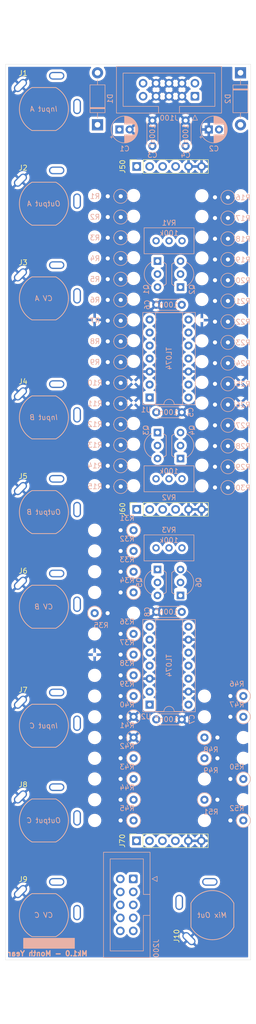
<source format=kicad_pcb>
(kicad_pcb (version 20240108) (generator "pcbnew") (generator_version "8.0")
  (title_block (rev "1") (company "DMH Instruments") (comment 1 "10cm Kosmo format synthesizer module PCB"))
  (layers (0 "F.Cu" signal) (31 "B.Cu" signal) (34 "B.Paste" user) (35 "F.Paste" user) (36 "B.SilkS" user "B.Silkscreen") (37 "F.SilkS" user "F.Silkscreen") (38 "B.Mask" user) (39 "F.Mask" user) (44 "Edge.Cuts" user))
  (net 0 "")
  (net 1 "+12V")
  (net 2 "GND")
  (net 3 "-12V")
  (net 4 "Net-(D1-A)")
  (net 5 "Net-(D2-K)")
  (net 6 "Net-(J200-Pin_1)")
  (net 7 "/Inputs and Outputs/Input A Jack")
  (net 8 "Net-(J200-Pin_2)")
  (net 9 "/Inputs and Outputs/Output A Jack")
  (net 10 "/Inputs and Outputs/CV A Jack")
  (net 11 "Net-(J200-Pin_3)")
  (net 12 "Net-(J200-Pin_4)")
  (net 13 "/Inputs and Outputs/Input B Jack")
  (net 14 "Net-(J200-Pin_5)")
  (net 15 "/Inputs and Outputs/Output B Jack")
  (net 16 "/Inputs and Outputs/CV B Jack")
  (net 17 "Net-(J200-Pin_10)")
  (net 18 "Net-(J200-Pin_9)")
  (net 19 "/Inputs and Outputs/Input C Jack")
  (net 20 "/Inputs and Outputs/Output C Jack")
  (net 21 "Net-(J200-Pin_8)")
  (net 22 "Net-(J200-Pin_7)")
  (net 23 "/Inputs and Outputs/CV C Jack")
  (net 24 "Net-(J200-Pin_6)")
  (net 25 "/Inputs and Outputs/Mix Out Jack")
  (net 26 "/Inputs and Outputs/Offset A Pot")
  (net 27 "/Inputs and Outputs/Mute A Switch")
  (net 28 "/Inputs and Outputs/Mute B Switch")
  (net 29 "/Inputs and Outputs/Offset B Pot")
  (net 30 "/Inputs and Outputs/Offset C Pot")
  (net 31 "/Inputs and Outputs/Mute C Switch")
  (net 32 "Net-(Q1-B)")
  (net 33 "Net-(Q1-C)")
  (net 34 "Net-(Q1-E)")
  (net 35 "Net-(Q2-B)")
  (net 36 "Net-(Q2-C)")
  (net 37 "Net-(Q3-C)")
  (net 38 "Net-(Q3-B)")
  (net 39 "Net-(Q3-E)")
  (net 40 "Net-(Q4-C)")
  (net 41 "Net-(Q4-B)")
  (net 42 "Net-(Q5-C)")
  (net 43 "Net-(Q5-E)")
  (net 44 "Net-(Q5-B)")
  (net 45 "Net-(Q6-C)")
  (net 46 "Net-(Q6-B)")
  (net 47 "Net-(U1D--)")
  (net 48 "Net-(R3-Pad1)")
  (net 49 "Net-(U1B-+)")
  (net 50 "Net-(R9-Pad1)")
  (net 51 "Net-(R12-Pad1)")
  (net 52 "Net-(U1A--)")
  (net 53 "Net-(U1C--)")
  (net 54 "Net-(R18-Pad1)")
  (net 55 "Net-(U1C-+)")
  (net 56 "Net-(R24-Pad1)")
  (net 57 "Net-(R27-Pad1)")
  (net 58 "Net-(U1B--)")
  (net 59 "Net-(U2B-+)")
  (net 60 "Net-(R33-Pad1)")
  (net 61 "Net-(U2D-+)")
  (net 62 "Net-(R39-Pad1)")
  (net 63 "Net-(R42-Pad1)")
  (net 64 "Net-(U2B--)")
  (net 65 "Net-(U2A--)")
  (net 66 "Net-(R47-Pad2)")
  (net 67 "Net-(U2C-+)")
  (net 68 "Net-(R51-Pad2)")
  (footprint "SynthStuff:CUI_MJ-63052A" (layer "F.Cu") (at 58.5 171.75)
    (property "Reference" "J7" (at -4.075 -7 0) (layer "F.SilkS"))
    (property "Value" "TS_Jack_6.35mm_Sw")
    (property "Function" "Input C" (at 0 0 0) (layer "B.SilkS") (effects (font (thickness 0.15) (italic yes)) (justify mirror)))
    (pad "S" thru_hole oval (at -4.59619 -4.59619 315) (size 1.508 3.016) (drill oval 1 2.5) (layers "*.Cu" "*.Mask") (net 2 "GND"))
    (pad "T" thru_hole oval (at 6.5 -0.5) (size 1.508 3.016) (drill oval 1 2.5) (layers "*.Cu" "*.Mask") (net 19 "/Inputs and Outputs/Input C Jack"))
    (pad "TN" thru_hole oval (at 2.5 -6.5) (size 3.016 1.508) (drill oval 2.5 1) (layers "*.Cu" "*.Mask") (net 22 "Net-(J200-Pin_7)"))
  )
  (footprint "SynthStuff:CUI_MJ-63052A" (layer "F.Cu") (at 58.5 190.25)
    (property "Reference" "J8" (at -4.075 -7 0) (layer "F.SilkS"))
    (property "Value" "TS_Jack_6.35mm_Sw")
    (property "Function" "Output C" (at 0 0 0) (layer "B.SilkS") (effects (font (thickness 0.15) (italic yes)) (justify mirror)))
    (pad "S" thru_hole oval (at -4.59619 -4.59619 315) (size 1.508 3.016) (drill oval 1 2.5) (layers "*.Cu" "*.Mask") (net 2 "GND"))
    (pad "T" thru_hole oval (at 6.5 -0.5) (size 1.508 3.016) (drill oval 1 2.5) (layers "*.Cu" "*.Mask") (net 20 "/Inputs and Outputs/Output C Jack"))
    (pad "TN" thru_hole oval (at 2.5 -6.5) (size 3.016 1.508) (drill oval 2.5 1) (layers "*.Cu" "*.Mask") (net 21 "Net-(J200-Pin_8)"))
  )
  (footprint "SynthStuff:CUI_MJ-63052A" (layer "F.Cu") (at 58.5 130)
    (property "Reference" "J5" (at -4.075 -7 0) (layer "F.SilkS"))
    (property "Value" "TS_Jack_6.35mm_Sw")
    (property "Function" "Output B" (at 0 0 0) (layer "B.SilkS") (effects (font (thickness 0.15) (italic yes)) (justify mirror)))
    (pad "S" thru_hole oval (at -4.59619 -4.59619 315) (size 1.508 3.016) (drill oval 1 2.5) (layers "*.Cu" "*.Mask") (net 2 "GND"))
    (pad "T" thru_hole oval (at 6.5 -0.5) (size 1.508 3.016) (drill oval 1 2.5) (layers "*.Cu" "*.Mask") (net 15 "/Inputs and Outputs/Output B Jack"))
    (pad "TN" thru_hole oval (at 2.5 -6.5) (size 3.016 1.508) (drill oval 2.5 1) (layers "*.Cu" "*.Mask") (net 14 "Net-(J200-Pin_5)"))
  )
  (footprint "SynthStuff:CUI_MJ-63052A" (layer "F.Cu") (at 58.5 208.75)
    (property "Reference" "J9" (at -4.075 -7 0) (layer "F.SilkS"))
    (property "Value" "TS_Jack_6.35mm_Sw")
    (property "Function" "CV C" (at 0 0 0) (layer "B.SilkS") (effects (font (thickness 0.15) (italic yes)) (justify mirror)))
    (pad "S" thru_hole oval (at -4.59619 -4.59619 315) (size 1.508 3.016) (drill oval 1 2.5) (layers "*.Cu" "*.Mask") (net 2 "GND"))
    (pad "T" thru_hole oval (at 6.5 -0.5) (size 1.508 3.016) (drill oval 1 2.5) (layers "*.Cu" "*.Mask") (net 23 "/Inputs and Outputs/CV C Jack"))
    (pad "TN" thru_hole oval (at 2.5 -6.5) (size 3.016 1.508) (drill oval 2.5 1) (layers "*.Cu" "*.Mask") (net 18 "Net-(J200-Pin_9)"))
  )
  (footprint "SynthStuff:CUI_MJ-63052A" (layer "F.Cu") (at 58.5 51.25)
    (property "Reference" "J1" (at -4.075 -7 0) (layer "F.SilkS"))
    (property "Value" "TS_Jack_6.35mm_Sw")
    (property "Function" "Input A" (at 0 0 0) (layer "B.SilkS") (effects (font (thickness 0.15) (italic yes)) (justify mirror)))
    (pad "S" thru_hole oval (at -4.59619 -4.59619 315) (size 1.508 3.016) (drill oval 1 2.5) (layers "*.Cu" "*.Mask") (net 2 "GND"))
    (pad "T" thru_hole oval (at 6.5 -0.5) (size 1.508 3.016) (drill oval 1 2.5) (layers "*.Cu" "*.Mask") (net 7 "/Inputs and Outputs/Input A Jack"))
    (pad "TN" thru_hole oval (at 2.5 -6.5) (size 3.016 1.508) (drill oval 2.5 1) (layers "*.Cu" "*.Mask") (net 6 "Net-(J200-Pin_1)"))
  )
  (footprint "Connector_PinSocket_2.54mm:PinSocket_1x06_P2.54mm_Vertical" (layer "F.Cu") (at 76.675 62.475 90)
    (property "Reference" "J50" (at 0 -2.77 90) (layer "F.SilkS"))
    (property "Value" "Conn_01x06" (hide yes))
    (pad "1" thru_hole rect (at 0 0 90) (size 1.7 1.7) (drill 1) (layers "*.Cu" "*.Mask") (net 1 "+12V"))
    (pad "2" thru_hole oval (at 0 2.54 90) (size 1.7 1.7) (drill 1) (layers "*.Cu" "*.Mask") (net 27 "/Inputs and Outputs/Mute A Switch"))
    (pad "3" thru_hole oval (at 0 5.08 90) (size 1.7 1.7) (drill 1) (layers "*.Cu" "*.Mask") (net 9 "/Inputs and Outputs/Output A Jack"))
    (pad "4" thru_hole oval (at 0 7.62 90) (size 1.7 1.7) (drill 1) (layers "*.Cu" "*.Mask") (net 26 "/Inputs and Outputs/Offset A Pot"))
    (pad "5" thru_hole oval (at 0 10.16 90) (size 1.7 1.7) (drill 1) (layers "*.Cu" "*.Mask") (net 2 "GND"))
    (pad "6" thru_hole oval (at 0 12.7 90) (size 1.7 1.7) (drill 1) (layers "*.Cu" "*.Mask") (net 2 "GND"))
  )
  (footprint "SynthStuff:CUI_MJ-63052A" (layer "F.Cu") (at 58.5 148.5)
    (property "Reference" "J6" (at -4.075 -7 0) (layer "F.SilkS"))
    (property "Value" "TS_Jack_6.35mm_Sw")
    (property "Function" "CV B" (at 0 0 0) (layer "B.SilkS") (effects (font (thickness 0.15) (italic yes)) (justify mirror)))
    (pad "S" thru_hole oval (at -4.59619 -4.59619 315) (size 1.508 3.016) (drill oval 1 2.5) (layers "*.Cu" "*.Mask") (net 2 "GND"))
    (pad "T" thru_hole oval (at 6.5 -0.5) (size 1.508 3.016) (drill oval 1 2.5) (layers "*.Cu" "*.Mask") (net 16 "/Inputs and Outputs/CV B Jack"))
    (pad "TN" thru_hole oval (at 2.5 -6.5) (size 3.016 1.508) (drill oval 2.5 1) (layers "*.Cu" "*.Mask") (net 24 "Net-(J200-Pin_6)"))
  )
  (footprint "Connector_PinSocket_2.54mm:PinSocket_1x06_P2.54mm_Vertical" (layer "F.Cu") (at 76.675 129.475 90)
    (property "Reference" "J60" (at 0 -2.77 90) (layer "F.SilkS"))
    (property "Value" "Conn_01x06" (hide yes))
    (pad "1" thru_hole rect (at 0 0 90) (size 1.7 1.7) (drill 1) (layers "*.Cu" "*.Mask") (net 1 "+12V"))
    (pad "2" thru_hole oval (at 0 2.54 90) (size 1.7 1.7) (drill 1) (layers "*.Cu" "*.Mask") (net 28 "/Inputs and Outputs/Mute B Switch"))
    (pad "3" thru_hole oval (at 0 5.08 90) (size 1.7 1.7) (drill 1) (layers "*.Cu" "*.Mask") (net 15 "/Inputs and Outputs/Output B Jack"))
    (pad "4" thru_hole oval (at 0 7.62 90) (size 1.7 1.7) (drill 1) (layers "*.Cu" "*.Mask") (net 29 "/Inputs and Outputs/Offset B Pot"))
    (pad "5" thru_hole oval (at 0 10.16 90) (size 1.7 1.7) (drill 1) (layers "*.Cu" "*.Mask") (net 2 "GND"))
    (pad "6" thru_hole oval (at 0 12.7 90) (size 1.7 1.7) (drill 1) (layers "*.Cu" "*.Mask") (net 2 "GND"))
  )
  (footprint "SynthStuff:CUI_MJ-63052A" (layer "F.Cu") (at 58.5 69.75)
    (property "Reference" "J2" (at -4.075 -7 0) (layer "F.SilkS"))
    (property "Value" "TS_Jack_6.35mm_Sw")
    (property "Function" "Output A" (at 0 0 0) (layer "B.SilkS") (effects (font (thickness 0.15) (italic yes)) (justify mirror)))
    (pad "S" thru_hole oval (at -4.59619 -4.59619 315) (size 1.508 3.016) (drill oval 1 2.5) (layers "*.Cu" "*.Mask") (net 2 "GND"))
    (pad "T" thru_hole oval (at 6.5 -0.5) (size 1.508 3.016) (drill oval 1 2.5) (layers "*.Cu" "*.Mask") (net 9 "/Inputs and Outputs/Output A Jack"))
    (pad "TN" thru_hole oval (at 2.5 -6.5) (size 3.016 1.508) (drill oval 2.5 1) (layers "*.Cu" "*.Mask") (net 8 "Net-(J200-Pin_2)"))
  )
  (footprint "Connector_PinSocket_2.54mm:PinSocket_1x06_P2.54mm_Vertical" (layer "F.Cu") (at 76.63 194.225 90)
    (property "Reference" "J70" (at 0 -2.77 90) (layer "F.SilkS"))
    (property "Value" "Conn_01x06" (hide yes))
    (pad "1" thru_hole rect (at 0 0 90) (size 1.7 1.7) (drill 1) (layers "*.Cu" "*.Mask") (net 1 "+12V"))
    (pad "2" thru_hole oval (at 0 2.54 90) (size 1.7 1.7) (drill 1) (layers "*.Cu" "*.Mask") (net 31 "/Inputs and Outputs/Mute C Switch"))
    (pad "3" thru_hole oval (at 0 5.08 90) (size 1.7 1.7) (drill 1) (layers "*.Cu" "*.Mask") (net 20 "/Inputs and Outputs/Output C Jack"))
    (pad "4" thru_hole oval (at 0 7.62 90) (size 1.7 1.7) (drill 1) (layers "*.Cu" "*.Mask") (net 30 "/Inputs and Outputs/Offset C Pot"))
    (pad "5" thru_hole oval (at 0 10.16 90) (size 1.7 1.7) (drill 1) (layers "*.Cu" "*.Mask") (net 2 "GND"))
    (pad "6" thru_hole oval (at 0 12.7 90) (size 1.7 1.7) (drill 1) (layers "*.Cu" "*.Mask") (net 2 "GND"))
  )
  (footprint "SynthStuff:CUI_MJ-63052A" (layer "F.Cu") (at 58.5 111.5)
    (property "Reference" "J4" (at -4.075 -7 0) (layer "F.SilkS"))
    (property "Value" "TS_Jack_6.35mm_Sw")
    (property "Function" "Input B" (at 0 0 0) (layer "B.SilkS") (effects (font (thickness 0.15) (italic yes)) (justify mirror)))
    (pad "S" thru_hole oval (at -4.59619 -4.59619 315) (size 1.508 3.016) (drill oval 1 2.5) (layers "*.Cu" "*.Mask") (net 2 "GND"))
    (pad "T" thru_hole oval (at 6.5 -0.5) (size 1.508 3.016) (drill oval 1 2.5) (layers "*.Cu" "*.Mask") (net 13 "/Inputs and Outputs/Input B Jack"))
    (pad "TN" thru_hole oval (at 2.5 -6.5) (size 3.016 1.508) (drill oval 2.5 1) (layers "*.Cu" "*.Mask") (net 12 "Net-(J200-Pin_4)"))
  )
  (footprint "SynthStuff:CUI_MJ-63052A" (layer "F.Cu") (at 58.5 88.25)
    (property "Reference" "J3" (at -4.075 -7 0) (layer "F.SilkS"))
    (property "Value" "TS_Jack_6.35mm_Sw")
    (property "Function" "CV A" (at 0 0 0) (layer "B.SilkS") (effects (font (thickness 0.15) (italic yes)) (justify mirror)))
    (pad "S" thru_hole oval (at -4.59619 -4.59619 315) (size 1.508 3.016) (drill oval 1 2.5) (layers "*.Cu" "*.Mask") (net 2 "GND"))
    (pad "T" thru_hole oval (at 6.5 -0.5) (size 1.508 3.016) (drill oval 1 2.5) (layers "*.Cu" "*.Mask") (net 10 "/Inputs and Outputs/CV A Jack"))
    (pad "TN" thru_hole oval (at 2.5 -6.5) (size 3.016 1.508) (drill oval 2.5 1) (layers "*.Cu" "*.Mask") (net 11 "Net-(J200-Pin_3)"))
  )
  (footprint "SynthStuff:CUI_MJ-63052A" (layer "F.Cu") (at 91.5 208.75 90)
    (property "Reference" "J10" (at -4.075 -7 90) (layer "F.SilkS"))
    (property "Value" "TS_Jack_6.35mm_Sw" (hide yes))
    (property "Function" "Mix Out" (at 0 0 180) (layer "B.SilkS") (effects (font (thickness 0.15) (italic yes)) (justify mirror)))
    (pad "S" thru_hole oval (at -4.59619 -4.59619 45) (size 1.508 3.016) (drill oval 1 2.5) (layers "*.Cu" "*.Mask") (net 2 "GND"))
    (pad "T" thru_hole oval (at 6.5 -0.5 90) (size 1.508 3.016) (drill oval 1 2.5) (layers "*.Cu" "*.Mask") (net 25 "/Inputs and Outputs/Mix Out Jack"))
    (pad "TN" thru_hole oval (at 2.5 -6.5 90) (size 3.016 1.508) (drill oval 2.5 1) (layers "*.Cu" "*.Mask") (net 17 "Net-(J200-Pin_10)"))
  )
  (footprint "Package_DIP:DIP-14_W7.62mm_Socket" (layer "B.Cu") (at 79.2 107.625)
    (property "Reference" "U1" (at -0.7 2.375 0) (layer "B.SilkS") (effects (justify mirror)))
    (property "Value" "TL074" (at 3.8 -7.625 90) (layer "B.SilkS") (effects (justify mirror)))
    (pad "1" thru_hole rect (at 0 0) (size 1.6 1.6) (drill 0.8) (layers "*.Cu" "*.Mask") (net 51 "Net-(R12-Pad1)"))
    (pad "2" thru_hole oval (at 0 -2.54) (size 1.6 1.6) (drill 0.8) (layers "*.Cu" "*.Mask") (net 52 "Net-(U1A--)"))
    (pad "3" thru_hole oval (at 0 -5.08) (size 1.6 1.6) (drill 0.8) (layers "*.Cu" "*.Mask") (net 2 "GND"))
    (pad "4" thru_hole oval (at 0 -7.62) (size 1.6 1.6) (drill 0.8) (layers "*.Cu" "*.Mask") (net 1 "+12V"))
    (pad "5" thru_hole oval (at 0 -10.16) (size 1.6 1.6) (drill 0.8) (layers "*.Cu" "*.Mask") (net 49 "Net-(U1B-+)"))
    (pad "6" thru_hole oval (at 0 -12.7) (size 1.6 1.6) (drill 0.8) (layers "*.Cu" "*.Mask") (net 58 "Net-(U1B--)"))
    (pad "7" thru_hole oval (at 0 -15.24) (size 1.6 1.6) (drill 0.8) (layers "*.Cu" "*.Mask") (net 48 "Net-(R3-Pad1)"))
    (pad "8" thru_hole oval (at 7.62 -15.24) (size 1.6 1.6) (drill 0.8) (layers "*.Cu" "*.Mask") (net 54 "Net-(R18-Pad1)"))
    (pad "9" thru_hole oval (at 7.62 -12.7) (size 1.6 1.6) (drill 0.8) (layers "*.Cu" "*.Mask") (net 53 "Net-(U1C--)"))
    (pad "10" thru_hole oval (at 7.62 -10.16) (size 1.6 1.6) (drill 0.8) (layers "*.Cu" "*.Mask") (net 55 "Net-(U1C-+)"))
    (pad "11" thru_hole oval (at 7.62 -7.62) (size 1.6 1.6) (drill 0.8) (layers "*.Cu" "*.Mask") (net 3 "-12V"))
    (pad "12" thru_hole oval (at 7.62 -5.08) (size 1.6 1.6) (drill 0.8) (layers "*.Cu" "*.Mask") (net 2 "GND"))
    (pad "13" thru_hole oval (at 7.62 -2.54) (size 1.6 1.6) (drill 0.8) (layers "*.Cu" "*.Mask") (net 47 "Net-(U1D--)"))
    (pad "14" thru_hole oval (at 7.62 0) (size 1.6 1.6) (drill 0.8) (layers "*.Cu" "*.Mask") (net 57 "Net-(R27-Pad1)"))
  )
  (footprint "Resistor_THT:R_Axial_DIN0207_L6.3mm_D2.5mm_P2.54mm_Vertical" (layer "B.Cu") (at 97.56 165.95 180)
    (property "Reference" "R46" (at 1.27 2.37 0) (layer "B.SilkS") (effects (justify mirror)))
    (property "Value" "100k")
    (pad "1" thru_hole circle (at 0 0 180) (size 1.6 1.6) (drill 0.8) (layers "*.Cu" "*.Mask") (net 28 "/Inputs and Outputs/Mute B Switch"))
    (pad "2" thru_hole oval (at 2.54 0 180) (size 1.6 1.6) (drill 0.8) (layers "*.Cu" "*.Mask") (net 67 "Net-(U2C-+)"))
  )
  (footprint "Package_TO_SOT_THT:TO-92L_Inline_Wide" (layer "B.Cu") (at 80.75 141.21 -90)
    (property "Reference" "Q5" (at 2.54 3.56 90) (layer "B.SilkS") (effects (justify mirror)))
    (property "Value" "BC548" (hide yes))
    (pad "1" thru_hole rect (at 0 0 270) (size 1.5 1.5) (drill 0.8) (layers "*.Cu" "*.Mask") (net 42 "Net-(Q5-C)"))
    (pad "2" thru_hole circle (at 2.54 0 270) (size 1.5 1.5) (drill 0.8) (layers "*.Cu" "*.Mask") (net 44 "Net-(Q5-B)"))
    (pad "3" thru_hole circle (at 5.08 0 270) (size 1.5 1.5) (drill 0.8) (layers "*.Cu" "*.Mask") (net 43 "Net-(Q5-E)"))
  )
  (footprint "Resistor_THT:R_Axial_DIN0207_L6.3mm_D2.5mm_P2.54mm_Vertical" (layer "B.Cu") (at 94.545 113.05 180)
    (property "Reference" "R27" (at -2.955 -0.05 0) (layer "B.SilkS") (effects (justify mirror)))
    (property "Value" "10k")
    (pad "1" thru_hole circle (at 0 0 180) (size 1.6 1.6) (drill 0.8) (layers "*.Cu" "*.Mask") (net 57 "Net-(R27-Pad1)"))
    (pad "2" thru_hole oval (at 2.54 0 180) (size 1.6 1.6) (drill 0.8) (layers "*.Cu" "*.Mask") (net 39 "Net-(Q3-E)"))
  )
  (footprint "Resistor_THT:R_Axial_DIN0207_L6.3mm_D2.5mm_P2.54mm_Vertical" (layer "B.Cu") (at 76.06 165.95 180)
    (property "Reference" "R39" (at 1.27 2.37 0) (layer "B.SilkS") (effects (justify mirror)))
    (property "Value" "100k")
    (pad "1" thru_hole circle (at 0 0 180) (size 1.6 1.6) (drill 0.8) (layers "*.Cu" "*.Mask") (net 62 "Net-(R39-Pad1)"))
    (pad "2" thru_hole oval (at 2.54 0 180) (size 1.6 1.6) (drill 0.8) (layers "*.Cu" "*.Mask") (net 46 "Net-(Q6-B)"))
  )
  (footprint "Diode_THT:D_DO-41_SOD81_P10.16mm_Horizontal" (layer "B.Cu") (at 69 54.33 90)
    (property "Reference" "D1" (at 5.08 2.47 90) (layer "B.SilkS") (effects (justify mirror)))
    (property "Value" "SB140+" (hide yes))
    (pad "1" thru_hole rect (at 0 0 90) (size 2.2 2.2) (drill 1.1) (layers "*.Cu" "*.Mask") (net 1 "+12V"))
    (pad "2" thru_hole oval (at 10.16 0 90) (size 2.2 2.2) (drill 1.1) (layers "*.Cu" "*.Mask") (net 4 "Net-(D1-A)"))
  )
  (footprint "Package_TO_SOT_THT:TO-92L_Inline_Wide" (layer "B.Cu") (at 85.25 146.29 90)
    (property "Reference" "Q6" (at 2.54 3.56 90) (layer "B.SilkS") (effects (justify mirror)))
    (property "Value" "BC548" (hide yes))
    (pad "1" thru_hole rect (at 0 0 90) (size 1.5 1.5) (drill 0.8) (layers "*.Cu" "*.Mask") (net 45 "Net-(Q6-C)"))
    (pad "2" thru_hole circle (at 2.54 0 90) (size 1.5 1.5) (drill 0.8) (layers "*.Cu" "*.Mask") (net 46 "Net-(Q6-B)"))
    (pad "3" thru_hole circle (at 5.08 0 90) (size 1.5 1.5) (drill 0.8) (layers "*.Cu" "*.Mask") (net 43 "Net-(Q5-E)"))
  )
  (footprint "Package_TO_SOT_THT:TO-92L_Inline_Wide" (layer "B.Cu") (at 85.25 86.04 90)
    (property "Reference" "Q2" (at -0.46 2.25 90) (layer "B.SilkS") (effects (justify mirror)))
    (property "Value" "BC548" (hide yes))
    (pad "1" thru_hole rect (at 0 0 90) (size 1.5 1.5) (drill 0.8) (layers "*.Cu" "*.Mask") (net 36 "Net-(Q2-C)"))
    (pad "2" thru_hole circle (at 2.54 0 90) (size 1.5 1.5) (drill 0.8) (layers "*.Cu" "*.Mask") (net 35 "Net-(Q2-B)"))
    (pad "3" thru_hole circle (at 5.08 0 90) (size 1.5 1.5) (drill 0.8) (layers "*.Cu" "*.Mask") (net 34 "Net-(Q1-E)"))
  )
  (footprint "Capacitor_THT:C_Disc_D4.3mm_W1.9mm_P5.00mm" (layer "B.Cu") (at 80.5 149.5)
    (property "Reference" "C8" (at -1.75 0 90) (layer "B.SilkS") (effects (justify mirror)))
    (property "Value" "100nF" (at 2 0 0) (layer "B.SilkS") (effects (justify mirror)))
    (pad "1" thru_hole circle (at 0 0) (size 1.6 1.6) (drill 0.8) (layers "*.Cu" "*.Mask") (net 2 "GND"))
    (pad "2" thru_hole circle (at 5 0) (size 1.6 1.6) (drill 0.8) (layers "*.Cu" "*.Mask") (net 3 "-12V"))
  )
  (footprint "Resistor_THT:R_Axial_DIN0207_L6.3mm_D2.5mm_P2.54mm_Vertical" (layer "B.Cu") (at 94.545 88.75 180)
    (property "Reference" "R21" (at -2.955 -0.05 0) (layer "B.SilkS") (effects (justify mirror)))
    (property "Value" "10k")
    (pad "1" thru_hole circle (at 0 0 180) (size 1.6 1.6) (drill 0.8) (layers "*.Cu" "*.Mask") (net 55 "Net-(U1C-+)"))
    (pad "2" thru_hole oval (at 2.54 0 180) (size 1.6 1.6) (drill 0.8) (layers "*.Cu" "*.Mask") (net 40 "Net-(Q4-C)"))
  )
  (footprint "Resistor_THT:R_Axial_DIN0207_L6.3mm_D2.5mm_P2.54mm_Vertical" (layer "B.Cu") (at 73.545 104.75 180)
    (property "Reference" "R10" (at 5.045 0 0) (layer "B.SilkS") (effects (justify mirror)))
    (property "Value" "100R")
    (pad "1" thru_hole circle (at 0 0 180) (size 1.6 1.6) (drill 0.8) (layers "*.Cu" "*.Mask") (net 2 "GND"))
    (pad "2" thru_hole oval (at 2.54 0 180) (size 1.6 1.6) (drill 0.8) (layers "*.Cu" "*.Mask") (net 32 "Net-(Q1-B)"))
  )
  (footprint "Resistor_THT:R_Axial_DIN0207_L6.3mm_D2.5mm_P2.54mm_Vertical" (layer "B.Cu") (at 76.06 174.05 180)
    (property "Reference" "R41" (at 1.27 2.37 0) (layer "B.SilkS") (effects (justify mirror)))
    (property "Value" "100R")
    (pad "1" thru_hole circle (at 0 0 180) (size 1.6 1.6) (drill 0.8) (layers "*.Cu" "*.Mask") (net 2 "GND"))
    (pad "2" thru_hole oval (at 2.54 0 180) (size 1.6 1.6) (drill 0.8) (layers "*.Cu" "*.Mask") (net 46 "Net-(Q6-B)"))
  )
  (footprint "Resistor_THT:R_Axial_DIN0207_L6.3mm_D2.5mm_P2.54mm_Vertical" (layer "B.Cu") (at 94.545 96.85 180)
    (property "Reference" "R23" (at -2.955 -0.05 0) (layer "B.SilkS") (effects (justify mirror)))
    (property "Value" "100k")
    (pad "1" thru_hole circle (at 0 0 180) (size 1.6 1.6) (drill 0.8) (layers "*.Cu" "*.Mask") (net 38 "Net-(Q3-B)"))
    (pad "2" thru_hole oval (at 2.54 0 180) (size 1.6 1.6) (drill 0.8) (layers "*.Cu" "*.Mask") (net 13 "/Inputs and Outputs/Input B Jack"))
  )
  (footprint "Resistor_THT:R_Axial_DIN0207_L6.3mm_D2.5mm_P2.54mm_Vertical" (layer "B.Cu") (at 73.545 68.3 180)
    (property "Reference" "R1" (at 5.045 0 0) (layer "B.SilkS") (effects (justify mirror)))
    (property "Value" "20k")
    (pad "1" thru_hole circle (at 0 0 180) (size 1.6 1.6) (drill 0.8) (layers "*.Cu" "*.Mask") (net 33 "Net-(Q1-C)"))
    (pad "2" thru_hole oval (at 2.54 0 180) (size 1.6 1.6) (drill 0.8) (layers "*.Cu" "*.Mask") (net 1 "+12V"))
  )
  (footprint "Resistor_THT:R_Axial_DIN0207_L6.3mm_D2.5mm_P2.54mm_Vertical" (layer "B.Cu") (at 94.545 117.1 180)
    (property "Reference" "R28" (at -2.955 -0.05 0) (layer "B.SilkS") (effects (justify mirror)))
    (property "Value" "100k")
    (pad "1" thru_hole circle (at 0 0 180) (size 1.6 1.6) (drill 0.8) (layers "*.Cu" "*.Mask") (net 16 "/Inputs and Outputs/CV B Jack"))
    (pad "2" thru_hole oval (at 2.54 0 180) (size 1.6 1.6) (drill 0.8) (layers "*.Cu" "*.Mask") (net 47 "Net-(U1D--)"))
  )
  (footprint "SynthStuff:IDC-Header_2x05_P2.54mm_Vertical_BackBone" (layer "B.Cu") (at 76.0025 201.67 180)
    (property "Reference" "J200" (at -4.4975 -13.58 90) (layer "B.SilkS") (effects (justify mirror)))
    (property "Value" "IDC_02x05" (hide yes))
    (pad "1" thru_hole roundrect (at 0 0 180) (size 1.7 1.7) (drill 1) (layers "*.Cu" "*.Mask") (roundrect_rratio 0.147059) (net 6 "Net-(J200-Pin_1)"))
    (pad "2" thru_hole circle (at 0 -2.54 180) (size 1.7 1.7) (drill 1) (layers "*.Cu" "*.Mask") (net 8 "Net-(J200-Pin_2)"))
    (pad "3" thru_hole circle (at 0 -5.08 180) (size 1.7 1.7) (drill 1) (layers "*.Cu" "*.Mask") (net 11 "Net-(J200-Pin_3)"))
    (pad "4" thru_hole circle (at 0 -7.62 180) (size 1.7 1.7) (drill 1) (layers "*.Cu" "*.Mask") (net 12 "Net-(J200-Pin_4)"))
    (pad "5" thru_hole circle (at 0 -10.16 180) (size 1.7 1.7) (drill 1) (layers "*.Cu" "*.Mask") (net 14 "Net-(J200-Pin_5)"))
    (pad "6" thru_hole circle (at 2.54 0 180) (size 1.7 1.7) (drill 1) (layers "*.Cu" "*.Mask") (net 24 "Net-(J200-Pin_6)"))
    (pad "7" thru_hole circle (at 2.54 -2.54 180) (size 1.7 1.7) (drill 1) (layers "*.Cu" "*.Mask") (net 22 "Net-(J200-Pin_7)"))
    (pad "8" thru_hole circle (at 2.54 -5.08 180) (size 1.7 1.7) (drill 1) (layers "*.Cu" "*.Mask") (net 21 "Net-(J200-Pin_8)"))
    (pad "9" thru_hole circle (at 2.54 -7.62 180) (size 1.7 1.7) (drill 1) (layers "*.Cu" "*.Mask") (net 18 "Net-(J200-Pin_9)"))
    (pad "10" thru_hole circle (at 2.54 -10.16 180) (size 1.7 1.7) (drill 1) (layers "*.Cu" "*.Mask") (net 17 "Net-(J200-Pin_10)"))
  )
  (footprint "Resistor_THT:R_Axial_DIN0207_L6.3mm_D2.5mm_P2.54mm_Vertical" (layer "B.Cu") (at 76.06 182.15 180)
    (property "Reference" "R43" (at 1.27 2.37 0) (layer "B.SilkS") (effects (justify mirror)))
    (property "Value" "100k")
    (pad "1" thru_hole circle (at 0 0 180) (size 1.6 1.6) (drill 0.8) (layers "*.Cu" "*.Mask") (net 23 "/Inputs and Outputs/CV C Jack"))
    (pad "2" thru_hole oval (at 2.54 0 180) (size 1.6 1.6) (drill 0.8) (layers "*.Cu" "*.Mask") (net 65 "Net-(U2A--)"))
  )
  (footprint "Resistor_THT:R_Axial_DIN0207_L6.3mm_D2.5mm_P2.54mm_Vertical" (layer "B.Cu") (at 89.94 186.2)
    (property "Reference" "R51" (at 1.27 2.37 180) (layer "B.SilkS") (effects (justify mirror)))
    (property "Value" "100k")
    (pad "1" thru_hole circle (at 0 0) (size 1.6 1.6) (drill 0.8) (layers "*.Cu" "*.Mask") (net 61 "Net-(U2D-+)"))
    (pad "2" thru_hole oval (at 2.54 0) (size 1.6 1.6) (drill 0.8) (layers "*.Cu" "*.Mask") (net 68 "Net-(R51-Pad2)"))
  )
  (footprint "Resistor_THT:R_Axial_DIN0207_L6.3mm_D2.5mm_P2.54mm_Vertical" (layer "B.Cu") (at 89.94 174.05)
    (property "Reference" "R48" (at 1.27 2.37 180) (layer "B.SilkS") (effects (justify mirror)))
    (property "Value" "100k")
    (pad "1" thru_hole circle (at 0 0) (size 1.6 1.6) (drill 0.8) (layers "*.Cu" "*.Mask") (net 31 "/Inputs and Outputs/Mute C Switch"))
    (pad "2" thru_hole oval (at 2.54 0) (size 1.6 1.6) (drill 0.8) (layers "*.Cu" "*.Mask") (net 67 "Net-(U2C-+)"))
  )
  (footprint "Potentiometer_THT:Potentiometer_Bourns_3296W_Vertical" (layer "B.Cu") (at 85.55 77)
    (property "Reference" "RV1" (at -2.55 -3.5 0) (layer "B.SilkS") (effects (justify mirror)))
    (property "Value" "100k" (at -2.54 -1.5 0) (layer "B.SilkS") (effects (justify mirror)))
    (pad "1" thru_hole circle (at 0 0) (size 1.44 1.44) (drill 0.8) (layers "*.Cu" "*.Mask") (net 3 "-12V"))
    (pad "2" thru_hole circle (at -2.54 0) (size 1.44 1.44) (drill 0.8) (layers "*.Cu" "*.Mask") (net 50 "Net-(R9-Pad1)"))
    (pad "3" thru_hole circle (at -5.08 0) (size 1.44 1.44) (drill 0.8) (layers "*.Cu" "*.Mask") (net 1 "+12V"))
  )
  (footprint "Resistor_THT:R_Axial_DIN0207_L6.3mm_D2.5mm_P2.54mm_Vertical" (layer "B.Cu") (at 76.06 133.55 180)
    (property "Reference" "R31" (at 1.27 2.37 0) (layer "B.SilkS") (effects (justify mirror)))
    (property "Value" "20k")
    (pad "1" thru_hole circle (at 0 0 180) (size 1.6 1.6) (drill 0.8) (layers "*.Cu" "*.Mask") (net 42 "Net-(Q5-C)"))
    (pad "2" thru_hole oval (at 2.54 0 180) (size 1.6 1.6) (drill 0.8) (layers "*.Cu" "*.Mask") (net 1 "+12V"))
  )
  (footprint "Resistor_THT:R_Axial_DIN0207_L6.3mm_D2.5mm_P2.54mm_Vertical" (layer "B.Cu") (at 76.06 157.85 180)
    (property "Reference" "R37" (at 1.27 2.37 0) (layer "B.SilkS") (effects (justify mirror)))
    (property "Value" "100k")
    (pad "1" thru_hole circle (at 0 0 180) (size 1.6 1.6) (drill 0.8) (layers "*.Cu" "*.Mask") (net 59 "Net-(U2B-+)"))
    (pad "2" thru_hole oval (at 2.54 0 180) (size 1.6 1.6) (drill 0.8) (layers "*.Cu" "*.Mask") (net 2 "GND"))
  )
  (footprint "Potentiometer_THT:Potentiometer_Bourns_3296W_Vertical" (layer "B.Cu") (at 85.54 137)
    (property "Reference" "RV3" (at -2.54 -3.5 0) (layer "B.SilkS") (effects (justify mirror)))
    (property "Value" "100k" (at -2.54 -1.5 0) (layer "B.SilkS") (effects (justify mirror)))
    (pad "1" thru_hole circle (at 0 0) (size 1.44 1.44) (drill 0.8) (layers "*.Cu" "*.Mask") (net 3 "-12V"))
    (pad "2" thru_hole circle (at -2.54 0) (size 1.44 1.44) (drill 0.8) (layers "*.Cu" "*.Mask") (net 62 "Net-(R39-Pad1)"))
    (pad "3" thru_hole circle (at -5.08 0) (size 1.44 1.44) (drill 0.8) (layers "*.Cu" "*.Mask") (net 1 "+12V"))
  )
  (footprint "Resistor_THT:R_Axial_DIN0207_L6.3mm_D2.5mm_P2.54mm_Vertical" (layer "B.Cu") (at 76.06 190.25 180)
    (property "Reference" "R45" (at 1.27 2.37 0) (layer "B.SilkS") (effects (justify mirror)))
    (property "Value" "100k")
    (pad "1" thru_hole circle (at 0 0 180) (size 1.6 1.6) (drill 0.8) (layers "*.Cu" "*.Mask") (net 30 "/Inputs and Outputs/Offset C Pot"))
    (pad "2" thru_hole oval (at 2.54 0 180) (size 1.6 1.6) (drill 0.8) (layers "*.Cu" "*.Mask") (net 65 "Net-(U2A--)"))
  )
  (footprint "Resistor_THT:R_Axial_DIN0207_L6.3mm_D2.5mm_P2.54mm_Vertical" (layer "B.Cu") (at 73.545 96.65 180)
    (property "Reference" "R8" (at 5.045 0 0) (layer "B.SilkS") (effects (justify mirror)))
    (property "Value" "100k")
    (pad "1" thru_hole circle (at 0 0 180) (size 1.6 1.6) (drill 0.8) (layers "*.Cu" "*.Mask") (net 32 "Net-(Q1-B)"))
    (pad "2" thru_hole oval (at 2.54 0 180) (size 1.6 1.6) (drill 0.8) (layers "*.Cu" "*.Mask") (net 7 "/Inputs and Outputs/Input A Jack"))
  )
  (footprint "Resistor_THT:R_Axial_DIN0207_L6.3mm_D2.5mm_P2.54mm_Vertical" (layer "B.Cu") (at 94.545 121.15 180)
    (property "Reference" "R29" (at -2.955 -0.05 0) (layer "B.SilkS") (effects (justify mirror)))
    (property "Value" "82k")
    (pad "1" thru_hole circle (at 0 0 180) (size 1.6 1.6) (drill 0.8) (layers "*.Cu" "*.Mask") (net 47 "Net-(U1D--)"))
    (pad "2" thru_hole oval (at 2.54 0 180) (size 1.6 1.6) (drill 0.8) (layers "*.Cu" "*.Mask") (net 57 "Net-(R27-Pad1)"))
  )
  (footprint "Resistor_THT:R_Axial_DIN0207_L6.3mm_D2.5mm_P2.54mm_Vertical" (layer "B.Cu") (at 73.545 112.85 180)
    (property "Reference" "R12" (at 5.045 0 0) (layer "B.SilkS") (effects (justify mirror)))
    (property "Value" "10k")
    (pad "1" thru_hole circle (at 0 0 180) (size 1.6 1.6) (drill 0.8) (layers "*.Cu" "*.Mask") (net 51 "Net-(R12-Pad1)"))
    (pad "2" thru_hole oval (at 2.54 0 180) (size 1.6 1.6) (drill 0.8) (layers "*.Cu" "*.Mask") (net 34 "Net-(Q1-E)"))
  )
  (footprint "Capacitor_THT:C_Disc_D4.3mm_W1.9mm_P5.00mm" (layer "B.Cu") (at 80.5 89.5)
    (property "Reference" "C6" (at -1.75 0 90) (layer "B.SilkS") (effects (justify mirror)))
    (property "Value" "100nF" (at 2 0 0) (layer "B.SilkS") (effects (justify mirror)))
    (pad "1" thru_hole circle (at 0 0) (size 1.6 1.6) (drill 0.8) (layers "*.Cu" "*.Mask") (net 2 "GND"))
    (pad "2" thru_hole circle (at 5 0) (size 1.6 1.6) (drill 0.8) (layers "*.Cu" "*.Mask") (net 3 "-12V"))
  )
  (footprint "Capacitor_THT:CP_Radial_D5.0mm_P2.00mm" (layer "B.Cu") (at 73.294887 55.25)
    (property "Reference" "C1" (at 1 3.75 0) (layer "B.SilkS") (effects (justify mirror)))
    (property "Value" "47uF" (hide yes))
    (pad "1" thru_hole rect (at 0 0) (size 1.6 1.6) (drill 0.8) (layers "*.Cu" "*.Mask") (net 1 "+12V"))
    (pad "2" thru_hole circle (at 2 0) (size 1.6 1.6) (drill 0.8) (layers "*.Cu" "*.Mask") (net 2 "GND"))
  )
  (footprint "Package_TO_SOT_THT:TO-92L_Inline_Wide" (layer "B.Cu") (at 80.75 80.96 -90)
    (property "Reference" "Q1" (at 5.55 2.2 90) (layer "B.SilkS") (effects (justify mirror)))
    (property "Value" "BC548" (hide yes))
    (pad "1" thru_hole rect (at 0 0 270) (size 1.5 1.5) (drill 0.8) (layers "*.Cu" "*.Mask") (net 33 "Net-(Q1-C)"))
    (pad "2" thru_hole circle (at 2.54 0 270) (size 1.5 1.5) (drill 0.8) (layers "*.Cu" "*.Mask") (net 32 "Net-(Q1-B)"))
    (pad "3" thru_hole circle (at 5.08 0 270) (size 1.5 1.5) (drill 0.8) (layers "*.Cu" "*.Mask") (net 34 "Net-(Q1-E)"))
  )
  (footprint "Resistor_THT:R_Axial_DIN0207_L6.3mm_D2.5mm_P2.54mm_Vertical" (layer "B.Cu") (at 94.545 125.2 180)
    (property "Reference" "R30" (at -2.955 -0.05 0) (layer "B.SilkS") (effects (justify mirror)))
    (property "Value" "100k")
    (pad "1" thru_hole circle (at 0 0 180) (size 1.6 1.6) (drill 0.8) (layers "*.Cu" "*.Mask") (net 29 "/Inputs and Outputs/Offset B Pot"))
    (pad "2" thru_hole oval (at 2.54 0 180) (size 1.6 1.6) (drill 0.8) (layers "*.Cu" "*.Mask") (net 47 "Net-(U1D--)"))
  )
  (footprint "Resistor_THT:R_Axial_DIN0207_L6.3mm_D2.5mm_P2.54mm_Vertical" (layer "B.Cu") (at 73.545 72.35 180)
    (property "Reference" "R2" (at 5.045 0 0) (layer "B.SilkS") (effects (justify mirror)))
    (property "Value" "20k")
    (pad "1" thru_hole circle (at 0 0 180) (size 1.6 1.6) (drill 0.8) (layers "*.Cu" "*.Mask") (net 36 "Net-(Q2-C)"))
    (pad "2" thru_hole oval (at 2.54 0 180) (size 1.6 1.6) (drill 0.8) (layers "*.Cu" "*.Mask") (net 1 "+12V"))
  )
  (footprint "Resistor_THT:R_Axial_DIN0207_L6.3mm_D2.5mm_P2.54mm_Vertical" (layer "B.Cu") (at 76.06 141.65 180)
    (property "Reference" "R33" (at 1.27 2.37 0) (layer "B.SilkS") (effects (justify mirror)))
    (property "Value" "100k")
    (pad "1" thru_hole circle (at 0 0 180) (size 1.6 1.6) (drill 0.8) (layers "*.Cu" "*.Mask") (net 60 "Net-(R33-Pad1)"))
    (pad "2" thru_hole oval (at 2.54 0 180) (size 1.6 1.6) (drill 0.8) (layers "*.Cu" "*.Mask") (net 64 "Net-(U2B--)"))
  )
  (footprint "Capacitor_THT:C_Disc_D4.3mm_W1.9mm_P5.00mm" (layer "B.Cu") (at 79.75 58.5 90)
    (property "Reference" "C3" (at -1.75 0 0) (layer "B.SilkS") (effects (justify mirror)))
    (property "Value" "100nF" (at 2 0 90) (layer "B.SilkS") (effects (justify mirror)))
    (pad "1" thru_hole circle (at 0 0 90) (size 1.6 1.6) (drill 0.8) (layers "*.Cu" "*.Mask") (net 1 "+12V"))
    (pad "2" thru_hole circle (at 5 0 90) (size 1.6 1.6) (drill 0.8) (layers "*.Cu" "*.Mask") (net 2 "GND"))
  )
  (footprint "Resistor_THT:R_Axial_DIN0207_L6.3mm_D2.5mm_P2.54mm_Vertical" (layer "B.Cu") (at 76.06 153.8 180)
    (property "Reference" "R36" (at 1.27 2.37 0) (layer "B.SilkS") (effects (justify mirror)))
    (property "Value" "10k")
    (pad "1" thru_hole circle (at 0 0 180) (size 1.6 1.6) (drill 0.8) (layers "*.Cu" "*.Mask") (net 59 "Net-(U2B-+)"))
    (pad "2" thru_hole oval (at 2.54 0 180) (size 1.6 1.6) (drill 0.8) (layers "*.Cu" "*.Mask") (net 45 "Net-(Q6-C)"))
  )
  (footprint "Resistor_THT:R_Axial_DIN0207_L6.3mm_D2.5mm_P2.54mm_Vertical" (layer "B.Cu") (at 94.545 84.7 180)
    (property "Reference" "R20" (at -2.955 -0.05 0) (layer "B.SilkS") (effects (justify mirror)))
    (property "Value" "1k")
    (pad "1" thru_hole circle (at 0 0 180) (size 1.6 1.6) (drill 0.8) (layers "*.Cu" "*.Mask") (net 15 "/Inputs and Outputs/Output B Jack"))
    (pad "2" thru_hole oval (at 2.54 0 180) (size 1.6 1.6) (drill 0.8) (layers "*.Cu" "*.Mask") (net 54 "Net-(R18-Pad1)"))
  )
  (footprint "Diode_THT:D_DO-41_SOD81_P10.16mm_Horizontal" (layer "B.Cu") (at 97 44.17 -90)
    (property "Reference" "D2" (at 5.08 2.47 90) (layer "B.SilkS") (effects (justify mirror)))
    (property "Value" "SB140-" (hide yes))
    (pad "1" thru_hole rect (at 0 0 270) (size 2.2 2.2) (drill 1.1) (layers "*.Cu" "*.Mask") (net 5 "Net-(D2-K)"))
    (pad "2" thru_hole oval (at 10.16 0 270) (size 2.2 2.2) (drill 1.1) (layers "*.Cu" "*.Mask") (net 3 "-12V"))
  )
  (footprint "Resistor_THT:R_Axial_DIN0207_L6.3mm_D2.5mm_P2.54mm_Vertical" (layer "B.Cu") (at 73.545 116.9 180)
    (property "Reference" "R13" (at 5.045 0 0) (layer "B.SilkS") (effects (justify mirror)))
    (property "Value" "100k")
    (pad "1" thru_hole circle (at 0 0 180) (size 1.6 1.6) (drill 0.8) (layers "*.Cu" "*.Mask") (net 10 "/Inputs and Outputs/CV A Jack"))
    (pad "2" thru_hole oval (at 2.54 0 180) (size 1.6 1.6) (drill 0.8) (layers "*.Cu" "*.Mask") (net 52 "Net-(U1A--)"))
  )
  (footprint "Potentiometer_THT:Potentiometer_Bourns_3296W_Vertical" (layer "B.Cu") (at 85.54 123.5)
    (property "Reference" "RV2" (at -2.54 3.66 0) (layer "B.SilkS") (effects (justify mirror)))
    (property "Value" "100k" (at -2.54 -1.5 0) (layer "B.SilkS") (effects (justify mirror)))
    (pad "1" thru_hole circle (at 0 0) (size 1.44 1.44) (drill 0.8) (layers "*.Cu" "*.Mask") (net 3 "-12V"))
    (pad "2" thru_hole circle (at -2.54 0) (size 1.44 1.44) (drill 0.8) (layers "*.Cu" "*.Mask") (net 56 "Net-(R24-Pad1)"))
    (pad "3" thru_hole circle (at -5.08 0) (size 1.44 1.44) (drill 0.8) (layers "*.Cu" "*.Mask") (net 1 "+12V"))
  )
  (footprint "Resistor_THT:R_Axial_DIN0207_L6.3mm_D2.5mm_P2.54mm_Vertical" (layer "B.Cu") (at 73.545 100.7 180)
    (property "Reference" "R9" (at 5.045 0 0) (layer "B.SilkS") (effects (justify mirror)))
    (property "Value" "100k")
    (pad "1" thru_hole circle (at 0 0 180) (size 1.6 1.6) (drill 0.8) (layers "*.Cu" "*.Mask") (net 50 "Net-(R9-Pad1)"))
    (pad "2" thru_hole oval (at 2.54 0 180) (size 1.6 1.6) (drill 0.8) (layers "*.Cu" "*.Mask") (net 35 "Net-(Q2-B)"))
  )
  (footprint "Resistor_THT:R_Axial_DIN0207_L6.3mm_D2.5mm_P2.54mm_Vertical" (layer "B.Cu") (at 94.545 104.95 180)
    (property "Reference" "R25" (at -2.955 -0.05 0) (layer "B.SilkS") (effects (justify mirror)))
    (property "Value" "100R")
    (pad "1" thru_hole circle (at 0 0 180) (size 1.6 1.6) (drill 0.8) (layers "*.Cu" "*.Mask") (net 2 "GND"))
    (pad "2" thru_hole oval (at 2.54 0 180) (size 1.6 1.6) (drill 0.8) (layers "*.Cu" "*.Mask") (net 38 "Net-(Q3-B)"))
  )
  (footprint "Resistor_THT:R_Axial_DIN0207_L6.3mm_D2.5mm_P2.54mm_Vertical" (layer "B.Cu") (at 94.545 72.55 180)
    (property "Reference" "R17" (at -2.955 -0.05 0) (layer "B.SilkS") (effects (justify mirror)))
    (property "Value" "20k")
    (pad "1" thru_hole circle (at 0 0 180) (size 1.6 1.6) (drill 0.8) (layers "*.Cu" "*.Mask") (net 40 "Net-(Q4-C)"))
    (pad "2" thru_hole oval (at 2.54 0 180) (size 1.6 1.6) (drill 0.8) (layers "*.Cu" "*.Mask") (net 1 "+12V"))
  )
  (footprint "Resistor_THT:R_Axial_DIN0207_L6.3mm_D2.5mm_P2.54mm_Vertical" (layer "B.Cu") (at 97.56 170 180)
    (property "Reference" "R47" (at 1.27 2.37 0) (layer "B.SilkS") (effects (justify mirror)))
    (property "Value" "100k")
    (pad "1" thru_hole circle (at 0 0 180) (size 1.6 1.6) (drill 0.8) (layers "*.Cu" "*.Mask") (net 67 "Net-(U2C-+)"))
    (pad "2" thru_hole oval (at 2.54 0 180) (size 1.6 1.6) (drill 0.8) (layers "*.Cu" "*.Mask") (net 66 "Net-(R47-Pad2)"))
  )
  (footprint "Resistor_THT:R_Axial_DIN0207_L6.3mm_D2.5mm_P2.54mm_Vertical" (layer "B.Cu") (at 73.545 84.5 180)
    (property "Reference" "R5" (at 5.045 0 0) (layer "B.SilkS") (effects (justify mirror)))
    (property "Value" "1k")
    (pad "1" thru_hole circle (at 0 0 180) (size 1.6 1.6) (drill 0.8) (layers "*.Cu" "*.Mask") (net 9 "/Inputs and Outputs/Output A Jack"))
    (pad "2" thru_hole oval (at 2.54 0 180) (size 1.6 1.6) (drill 0.8) (layers "*.Cu" "*.Mask") (net 48 "Net-(R3-Pad1)"))
  )
  (footprint "Resistor_THT:R_Axial_DIN0207_L6.3mm_D2.5mm_P2.54mm_Vertical" (layer "B.Cu") (at 73.545 125 180)
    (property "Reference" "R15" (at 5.045 0 0) (layer "B.SilkS") (effects (justify mirror)))
    (property "Value" "100k")
    (pad "1" thru_hole circle (at 0 0 180) (size 1.6 1.6) (drill 0.8) (layers "*.Cu" "*.Mask") (net 26 "/Inputs and Outputs/Offset A Pot"))
    (pad "2" thru_hole oval (at 2.54 0 180) (size 1.6 1.6) (drill 0.8) (layers "*.Cu" "*.Mask") (net 52 "Net-(U1A--)"))
  )
  (footprint "Resistor_THT:R_Axial_DIN0207_L6.3mm_D2.5mm_P2.54mm_Vertical" (layer "B.Cu") (at 76.06 170 180)
    (property "Reference" "R40" (at 1.27 2.37 0) (layer "B.SilkS") (effects (justify mirror)))
    (property "Value" "100R")
    (pad "1" thru_hole circle (at 0 0 180) (size 1.6 1.6) (drill 0.8) (layers "*.Cu" "*.Mask") (net 2 "GND"))
    (pad "2" thru_hole oval (at 2.54 0 180) (size 1.6 1.6) (drill 0.8) (layers "*.Cu" "*.Mask") (net 44 "Net-(Q5-B)"))
  )
  (footprint "Resistor_THT:R_Axial_DIN0207_L6.3mm_D2.5mm_P2.54mm_Vertical" (layer "B.Cu") (at 73.545 108.8 180)
    (property "Reference" "R11" (at 5.045 0 0) (layer "B.SilkS") (effects (justify mirror)))
    (property "Value" "100R")
    (pad "1" thru_hole circle (at 0 0 180) (size 1.6 1.6) (drill 0.8) (layers "*.Cu" "*.Mask") (net 2 "GND"))
    (pad "2" thru_hole oval (at 2.54 0 180) (size 1.6 1.6) (drill 0.8) (layers "*.Cu" "*.Mask") (net 35 "Net-(Q2-B)"))
  )
  (footprint "Capacitor_THT:C_Disc_D4.3mm_W1.9mm_P5.00mm" (layer "B.Cu") (at 86.25 53.5 -90)
    (property "Reference" "C4" (at 6.75 0 180) (layer "B.SilkS") (effects (justify mirror)))
    (property "Value" "100nF" (at 3 0 90) (layer "B.SilkS") (effects (justify mirror)))
    (pad "1" thru_hole circle (at 0 0 270) (size 1.6 1.6) (drill 0.8) (layers "*.Cu" "*.Mask") (net 2 "GND"))
    (pad "2" thru_hole circle (at 5 0 270) (size 1.6 1.6) (drill 0.8) (layers "*.Cu" "*.Mask") (net 3 "-12V"))
  )
  (footprint "Resistor_THT:R_Axial_DIN0207_L6.3mm_D2.5mm_P2.54mm_Vertical" (layer "B.Cu") (at 94.545 109 180)
    (property "Reference" "R26" (at -2.955 -0.05 0) (layer "B.SilkS") (effects (justify mirror)))
    (property "Value" "100R")
    (pad "1" thru_hole circle (at 0 0 180) (size 1.6 1.6) (drill 0.8) (layers "*.Cu" "*.Mask") (net 2 "GND"))
    (pad "2" thru_hole oval (at 2.54 0 180) (size 1.6 1.6) (drill 0.8) (layers "*.Cu" "*.Mask") (net 41 "Net-(Q4-B)"))
  )
  (footprint "Resistor_THT:R_Axial_DIN0207_L6.3mm_D2.5mm_P2.54mm_Vertical" (layer "B.Cu") (at 94.545 68.5 180)
    (property "Reference" "R16" (at -2.955 -0.05 0) (layer "B.SilkS") (effects (justify mirror)))
    (property "Value" "20k")
    (pad "1" thru_hole circle (at 0 0 180) (size 1.6 1.6) (drill 0.8) (layers "*.Cu" "*.Mask") (net 37 "Net-(Q3-C)"))
    (pad "2" thru_hole oval (at 2.54 0 180) (size 1.6 1.6) (drill 0.8) (layers "*.Cu" "*.Mask") (net 1 "+12V"))
  )
  (footprint "Resistor_THT:R_Axial_DIN0207_L6.3mm_D2.5mm_P2.54mm_Vertical" (layer "B.Cu") (at 73.545 120.95 180)
    (property "Reference" "R14" (at 5.045 0 0) (layer "B.SilkS") (effects (justify mirror)))
    (property "Value" "82k")
    (pad "1" thru_hole circle (at 0 0 180) (size 1.6 1.6) (drill 0.8) (layers "*.Cu" "*.Mask") (net 52 "Net-(U1A--)"))
    (pad "2" thru_hole oval (at 2.54 0 180) (size 1.6 1.6) (drill 0.8) (layers "*.Cu" "*.Mask") (net 51 "Net-(R12-Pad1)"))
  )
  (footprint "Resistor_THT:R_Axial_DIN0207_L6.3mm_D2.5mm_P2.54mm_Vertical" (layer "B.Cu") (at 89.94 178.1)
    (property "Reference" "R49" (at 1.27 2.37 180) (layer "B.SilkS") (effects (justify mirror)))
    (property "Value" "100k")
    (pad "1" thru_hole circle (at 0 0) (size 1.6 1.6) (drill 0.8) (layers "*.Cu" "*.Mask") (net 27 "/Inputs and Outputs/Mute A Switch"))
    (pad "2" thru_hole oval (at 2.54 0) (size 1.6 1.6) (drill 0.8) (layers "*.Cu" "*.Mask") (net 67 "Net-(U2C-+)"))
  )
  (footprint "Resistor_THT:R_Axial_DIN0207_L6.3mm_D2.5mm_P2.54mm_Vertical" (layer "B.Cu") (at 73.545 92.6 180)
    (property "Reference" "R7" (at 5.045 0 0) (layer "B.SilkS") (effects (justify mirror)))
    (property "Value" "100k")
    (pad "1" thru_hole circle (at 0 0 180) (size 1.6 1.6) (drill 0.8) (layers "*.Cu" "*.Mask") (net 49 "Net-(U1B-+)"))
    (pad "2" thru_hole oval (at 2.54 0 180) (size 1.6 1.6) (drill 0.8) (layers "*.Cu" "*.Mask") (net 2 "GND"))
  )
  (footprint "Capacitor_THT:C_Disc_D4.3mm_W1.9mm_P5.00mm" (layer "B.Cu") (at 80.5 170.5)
    (property "Reference" "C7" (at 7 0 90) (layer "B.SilkS") (effects (justify mirror)))
    (property "Value" "100nF" (at 2 0 0) (layer "B.SilkS") (effects (justify mirror)))
    (pad "1" thru_hole circle (at 0 0) (size 1.6 1.6) (drill 0.8) (layers "*.Cu" "*.Mask") (net 1 "+12V"))
    (pad "2" thru_hole circle (at 5 0) (size 1.6 1.6) (drill 0.8) (layers "*.Cu" "*.Mask") (net 2 "GND"))
  )
  (footprint "Resistor_THT:R_Axial_DIN0207_L6.3mm_D2.5mm_P2.54mm_Vertical" (layer "B.Cu") (at 94.545 100.9 180)
    (property "Reference" "R24" (at -2.955 -0.05 0) (layer "B.SilkS") (effects (justify mirror)))
    (property "Value" "100k")
    (pad "1" thru_hole circle (at 0 0 180) (size 1.6 1.6) (drill 0.8) (layers "*.Cu" "*.Mask") (net 56 "Net-(R24-Pad1)"))
    (pad "2" thru_hole oval (at 2.54 0 180) (size 1.6 1.6) (drill 0.8) (layers "*.Cu" "*.Mask") (net 41 "Net-(Q4-B)"))
  )
  (footprint "Resistor_THT:R_Axial_DIN0207_L6.3mm_D2.5mm_P2.54mm_Vertical" (layer "B.Cu") (at 76.06 186.2 180)
    (property "Reference" "R44" (at 1.27 2.37 0) (layer "B.SilkS") (effects (justify mirror)))
    (property "Value" "82k")
    (pad "1" thru_hole circle (at 0 0 180) (size 1.6 1.6) (drill 0.8) (layers "*.Cu" "*.Mask") (net 65 "Net-(U2A--)"))
    (pad "2" thru_hole oval (at 2.54 0 180) (size 1.6 1.6) (drill 0.8) (layers "*.Cu" "*.Mask") (net 63 "Net-(R42-Pad1)"))
  )
  (footprint "Resistor_THT:R_Axial_DIN0207_L6.3mm_D2.5mm_P2.54mm_Vertical" (layer "B.Cu") (at 94.545 92.8 180)
    (property "Reference" "R22" (at -2.955 -0.05 0) (layer "B.SilkS") (effects (justify mirror)))
    (property "Value" "100k")
    (pad "1" thru_hole circle (at 0 0 180) (size 1.6 1.6) (drill 0.8) (layers "*.Cu" "*.Mask") (net 55 "Net-(U1C-+)"))
    (pad "2" thru_hole oval (at 2.54 0 180) (size 1.6 1.6) (drill 0.8) (layers "*.Cu" "*.Mask") (net 2 "GND"))
  )
  (footprint "Resistor_THT:R_Axial_DIN0207_L6.3mm_D2.5mm_P2.54mm_Vertical" (layer "B.Cu") (at 76.06 161.9 180)
    (property "Reference" "R38" (at 1.27 2.37 0) (layer "B.SilkS") (effects (justify mirror)))
    (property "Value" "100k")
    (pad "1" thru_hole circle (at 0 0 180) (size 1.6 1.6) (drill 0.8) (layers "*.Cu" "*.Mask") (net 44 "Net-(Q5-B)"))
    (pad "2" thru_hole oval (at 2.54 0 180) (size 1.6 1.6) (drill 0.8) (layers "*.Cu" "*.Mask") (net 19 "/Inputs and Outputs/Input C Jack"))
  )
  (footprint "Resistor_THT:R_Axial_DIN0207_L6.3mm_D2.5mm_P2.54mm_Vertical" (layer "B.Cu") (at 97.56 182.15 180)
    (property "Reference" "R50" (at 1.27 2.37 0) (layer "B.SilkS") (effects (justify mirror)))
    (property "Value" "100k")
    (pad "1" thru_hole circle (at 0 0 180) (size 1.6 1.6) (drill 0.8) (layers "*.Cu" "*.Mask") (net 66 "Net-(R47-Pad2)"))
    (pad "2" thru_hole oval (at 2.54 0 180) (size 1.6 1.6) (drill 0.8) (layers "*.Cu" "*.Mask") (net 61 "Net-(U2D-+)"))
  )
  (footprint "Resistor_THT:R_Axial_DIN0207_L6.3mm_D2.5mm_P2.54mm_Vertical" (layer "B.Cu") (at 68.44 149.75)
    (property "Reference" "R35" (at 1.27 2.37 180) (layer "B.SilkS") (effects (justify mirror)))
    (property "Value" "1k")
    (pad "1" thru_hole circle (at 0 0) (size 1.6 1.6) (drill 0.8) (layers "*.Cu" "*.Mask") (net 20 "/Inputs and Outputs/Output C Jack"))
    (pad "2" thru_hole oval (at 2.54 0) (size 1.6 1.6) (drill 0.8) (layers "*.Cu" "*.Mask") (net 60 "Net-(R33-Pad1)"))
  )
  (footprint "Capacitor_THT:CP_Radial_D5.0mm_P2.00mm" (layer "B.Cu") (at 90.794888 55.25)
    (property "Reference" "C2" (at 1 3.75 0) (layer "B.SilkS") (effects (justify mirror)))
    (property "Value" "47uF" (hide yes))
    (pad "1" thru_hole rect (at 0 0) (size 1.6 1.6) (drill 0.8) (layers "*.Cu" "*.Mask") (net 2 "GND"))
    (pad "2" thru_hole circle (at 2 0) (size 1.6 1.6) (drill 0.8) (layers "*.Cu" "*.Mask") (net 3 "-12V"))
  )
  (footprint "SynthStuff:IDC-Header_2x05_P2.54mm_Vertical_Eurorack" (layer "B.Cu") (at 88.08 48.7525 90)
    (property "Reference" "J100" (at -4.2475 -5.08 180) (layer "B.SilkS") (effects (justify mirror)))
    (property "Value" "IDC_02x05" (hide yes))
    (pad "1a" thru_hole roundrect (at 0 0 90) (size 1.7 1.7) (drill 1) (layers "*.Cu" "*.Mask") (roundrect_rratio 0.147059) (net 5 "Net-(D2-K)"))
    (pad "1b" thru_hole circle (at 2.54 0 90) (size 1.7 1.7) (drill 1) (layers "*.Cu" "*.Mask") (net 5 "Net-(D2-K)"))
    (pad "2a" thru_hole circle (at 0 -2.54 90) (size 1.7 1.7) (drill 1) (layers "*.Cu" "*.Mask") (net 2 "GND"))
    (pad "2b" thru_hole circle (at 2.54 -2.54 90) (size 1.7 1.7) (drill 1) (layers "*.Cu" "*.Mask") (net 2 "GND"))
    (pad "3a" thru_hole circle (at 0 -5.08 90) (size 1.7 1.7) (drill 1) (layers "*.Cu" "*.Mask") (net 2 "GND"))
    (pad "3b" thru_hole circle (at 2.54 -5.08 90) (size 1.7 1.7) (drill 1) (layers "*.Cu" "*.Mask") (net 2 "GND"))
    (pad "4a" thru_hole circle (at 0 -7.62 90) (size 1.7 1.7) (drill 1) (layers "*.Cu" "*.Mask") (net 2 "GND"))
    (pad "4b" thru_hole circle (at 2.54 -7.62 90) (size 1.7 1.7) (drill 1) (layers "*.Cu" "*.Mask") (net 2 "GND"))
    (pad "5a" thru_hole circle (at 0 -10.16 90) (size 1.7 1.7) (drill 1) (layers "*.Cu" "*.Mask") (net 4 "Net-(D1-A)"))
    (pad "5b" thru_hole circle (at 2.54 -10.16 90) (size 1.7 1.7) (drill 1) (layers "*.Cu" "*.Mask") (net 4 "Net-(D1-A)"))
  )
  (footprint "Resistor_THT:R_Axial_DIN0207_L6.3mm_D2.5mm_P2.54mm_Vertical" (layer "B.Cu") (at 94.545 76.6 180)
    (property "Reference" "R18" (at -2.955 -0.05 0) (layer "B.SilkS") (effects (justify mirror)))
    (property "Value" "100k")
    (pad "1" thru_hole circle (at 0 0 180) (size 1.6 1.6) (drill 0.8) (layers "*.Cu" "*.Mask") (net 54 "Net-(R18-Pad1)"))
    (pad "2" thru_hole oval (at 2.54 0 180) (size 1.6 1.6) (drill 0.8) (layers "*.Cu" "*.Mask") (net 53 "Net-(U1C--)"))
  )
  (footprint "Resistor_THT:R_Axial_DIN0207_L6.3mm_D2.5mm_P2.54mm_Vertical" (layer "B.Cu") (at 73.545 88.55 180)
    (property "Reference" "R6" (at 5.045 0 0) (layer "B.SilkS") (effects (justify mirror)))
    (property "Value" "10k")
    (pad "1" thru_hole circle (at 0 0 180) (size 1.6 1.6) (drill 0.8) (layers "*.Cu" "*.Mask") (net 49 "Net-(U1B-+)"))
    (pad "2" thru_hole oval (at 2.54 0 180) (size 1.6 1.6) (drill 0.8) (layers "*.Cu" "*.Mask") (net 36 "Net-(Q2-C)"))
  )
  (footprint "Package_DIP:DIP-14_W7.62mm_Socket" (layer "B.Cu") (at 79.2 167.625)
    (property "Reference" "U2" (at -0.7 2.33 0) (layer "B.SilkS") (effects (justify mirror)))
    (property "Value" "TL074" (at 3.8 -7.625 90) (layer "B.SilkS") (effects (justify mirror)))
    (pad "1" thru_hole rect (at 0 0) (size 1.6 1.6) (drill 0.8) (layers "*.Cu" "*.Mask") (net 63 "Net-(R42-Pad1)"))
    (pad "2" thru_hole oval (at 0 -2.54) (size 1.6 1.6) (drill 0.8) (layers "*.Cu" "*.Mask") (net 65 "Net-(U2A--)"))
    (pad "3" thru_hole oval (at 0 -5.08) (size 1.6 1.6) (drill 0.8) (layers "*.Cu" "*.Mask") (net 2 "GND"))
    (pad "4" thru_hole oval (at 0 -7.62) (size 1.6 1.6) (drill 0.8) (layers "*.Cu" "*.Mask") (net 1 "+12V"))
    (pad "5" thru_hole oval (at 0 -10.16) (size 1.6 1.6) (drill 0.8) (layers "*.Cu" "*.Mask") (net 59 "Net-(U2B-+)"))
    (pad "6" thru_hole oval (at 0 -12.7) (size 1.6 1.6) (drill 0.8) (layers "*.Cu" "*.Mask") (net 64 "Net-(U2B--)"))
    (pad "7" thru_hole oval (at 0 -15.24) (size 1.6 1.6) (drill 0.8) (layers "*.Cu" "*.Mask") (net 60 "Net-(R33-Pad1)"))
    (pad "8" thru_hole oval (at 7.62 -15.24) (size 1.6 1.6) (drill 0.8) (layers "*.Cu" "*.Mask") (net 66 "Net-(R47-Pad2)"))
    (pad "9" thru_hole oval (at 7.62 -12.7) (size 1.6 1.6) (drill 0.8) (layers "*.Cu" "*.Mask") (net 2 "GND"))
    (pad "10" thru_hole oval (at 7.62 -10.16) (size 1.6 1.6) (drill 0.8) (layers "*.Cu" "*.Mask") (net 67 "Net-(U2C-+)"))
    (pad "11" thru_hole oval (at 7.62 -7.62) (size 1.6 1.6) (drill 0.8) (layers "*.Cu" "*.Mask") (net 3 "-12V"))
    (pad "12" thru_hole oval (at 7.62 -5.08) (size 1.6 1.6) (drill 0.8) (layers "*.Cu" "*.Mask") (net 61 "Net-(U2D-+)"))
    (pad "13" thru_hole oval (at 7.62 -2.54) (size 1.6 1.6) (drill 0.8) (layers "*.Cu" "*.Mask") (net 2 "GND"))
    (pad "14" thru_hole oval (at 7.62 0) (size 1.6 1.6) (drill 0.8) (layers "*.Cu" "*.Mask") (net 68 "Net-(R51-Pad2)"))
  )
  (footprint "Resistor_THT:R_Axial_DIN0207_L6.3mm_D2.5mm_P2.54mm_Vertical" (layer "B.Cu") (at 73.545 76.4 180)
    (property "Reference" "R3" (at 5.045 0 0) (layer "B.SilkS") (effects (justify mirror)))
    (property "Value" "100k")
    (pad "1" thru_hole circle (at 0 0 180) (size 1.6 1.6) (drill 0.8) (layers "*.Cu" "*.Mask") (net 48 "Net-(R3-Pad1)"))
    (pad "2" thru_hole oval (at 2.54 0 180) (size 1.6 1.6) (drill 0.8) (layers "*.Cu" "*.Mask") (net 58 "Net-(U1B--)"))
  )
  (footprint "Resistor_THT:R_Axial_DIN0207_L6.3mm_D2.5mm_P2.54mm_Vertical" (layer "B.Cu") (at 76.06 137.6 180)
    (property "Reference" "R32" (at 1.27 2.37 0) (layer "B.SilkS") (effects (justify mirror)))
    (property "Value" "20k")
    (pad "1" thru_hole circle (at 0 0 180) (size 1.6 1.6) (drill 0.8) (layers "*.Cu" "*.Mask") (net 45 "Net-(Q6-C)"))
    (pad "2" thru_hole oval (at 2.54 0 180) (size 1.6 1.6) (drill 0.8) (layers "*.Cu" "*.Mask") (net 1 "+12V"))
  )
  (footprint "Resistor_THT:R_Axial_DIN0207_L6.3mm_D2.5mm_P2.54mm_Vertical" (layer "B.Cu") (at 73.545 80.45 180)
    (property "Reference" "R4" (at 5.045 0 0) (layer "B.SilkS") (effects (justify mirror)))
    (property "Value" "10k")
    (pad "1" thru_hole circle (at 0 0 180) (size 1.6 1.6) (drill 0.8) (layers "*.Cu" "*.Mask") (net 58 "Net-(U1B--)"))
    (pad "2" thru_hole oval (at 2.54 0 180) (size 1.6 1.6) (drill 0.8) (layers "*.Cu" "*.Mask") (net 33 "Net-(Q1-C)"))
  )
  (footprint "Resistor_THT:R_Axial_DIN0207_L6.3mm_D2.5mm_P2.54mm_Vertical" (layer "B.Cu") (at 76.06 178.1 180)
    (property "Reference" "R42" (at 1.27 2.37 0) (layer "B.SilkS") (effects (justify mirror)))
    (property "Value" "10k")
    (pad "1" thru_hole circle (at 0 0 180) (size 1.6 1.6) (drill 0.8) (layers "*.Cu" "*.Mask") (net 63 "Net-(R42-Pad1)"))
    (pad "2" thru_hole oval (at 2.54 0 180) (size 1.6 1.6) (drill 0.8) (layers "*.Cu" "*.Mask") (net 43 "Net-(Q5-E)"))
  )
  (footprint "Resistor_THT:R_Axial_DIN0207_L6.3mm_D2.5mm_P2.54mm_Vertical" (layer "B.Cu") (at 94.545 80.65 180)
    (property "Reference" "R19" (at -2.955 -0.05 0) (layer "B.SilkS") (effects (justify mirror)))
    (property "Value" "10k")
    (pad "1" thru_hole circle (at 0 0 180) (size 1.6 1.6) (drill 0.8) (layers "*.Cu" "*.Mask") (net 53 "Net-(U1C--)"))
    (pad "2" thru_hole oval (at 2.54 0 180) (size 1.6 1.6) (drill 0.8) (layers "*.Cu" "*.Mask") (net 37 "Net-(Q3-C)"))
  )
  (footprint "Package_TO_SOT_THT:TO-92L_Inline_Wide" (layer "B.Cu") (at 85.25 119.54 90)
    (property "Reference" "Q4" (at 5.54 2.25 90) (layer "B.SilkS") (effects (justify mirror)))
    (property "Value" "BC548" (hide yes))
    (pad "1" thru_hole rect (at 0 0 90) (size 1.5 1.5) (drill 0.8) (layers "*.Cu" "*.Mask") (net 40 "Net-(Q4-C)"))
    (pad "2" thru_hole circle (at 2.54 0 90) (size 1.5 1.5) (drill 0.8) (layers "*.Cu" "*.Mask") (net 41 "Net-(Q4-B)"))
    (pad "3" thru_hole circle (at 5.08 0 90) (size 1.5 1.5) (drill 0.8) (layers "*.Cu" "*.Mask") (net 39 "Net-(Q3-E)"))
  )
  (footprint "Resistor_THT:R_Axial_DIN0207_L6.3mm_D2.5mm_P2.54mm_Vertical" (layer "B.Cu") (at 76.06 145.7 180)
    (property "Reference" "R34" (at 1.27 2.37 0) (layer "B.SilkS") (effects (justify mirror)))
    (property "Value" "10k")
    (pad "1" thru_hole circle (at 0 0 180) (size 1.6 1.6) (drill 0.8) (layers "*.Cu" "*.Mask") (net 64 "Net-(U2B--)"))
    (pad "2" thru_hole oval (at 2.54 0 180) (size 1.6 1.6) (drill 0.8) (layers "*.Cu" "*.Mask") (net 42 "Net-(Q5-C)"))
  )
  (footprint "Package_TO_SOT_THT:TO-92L_Inline_Wide" (layer "B.Cu") (at 80.75 114.46 -90)
    (property "Reference" "Q3" (at -0.46 2.25 90) (layer "B.SilkS") (effects (justify mirror)))
    (property "Value" "BC548" (hide yes))
    (pad "1" thru_hole rect (at 0 0 270) (size 1.5 1.5) (drill 0.8) (layers "*.Cu" "*.Mask") (net 37 "Net-(Q3-C)"))
    (pad "2" thru_hole circle (at 2.54 0 270) (size 1.5 1.5) (drill 0.8) (layers "*.Cu" "*.Mask") (net 38 "Net-(Q3-B)"))
    (pad "3" thru_hole circle (at 5.08 0 270) (size 1.5 1.5) (drill 0.8) (layers "*.Cu" "*.Mask") (net 39 "Net-(Q3-E)"))
  )
  (footprint "Capacitor_THT:C_Disc_D4.3mm_W1.9mm_P5.00mm" (layer "B.Cu") (at 80.5 110.5)
    (property "Reference" "C5" (at 6.75 0 90) (layer "B.SilkS") (effects (justify mirror)))
    (property "Value" "100nF" (at 2 0 0) (layer "B.SilkS") (effects (justify mirror)))
    (pad "1" thru_hole circle (at 0 0) (size 1.6 1.6) (drill 0.8) (layers "*.Cu" "*.Mask") (net 1 "+12V"))
    (pad "2" thru_hole circle (at 5 0) (size 1.6 1.6) (drill 0.8) (layers "*.Cu" "*.Mask") (net 2 "GND"))
  )
  (footprint "Resistor_THT:R_Axial_DIN0207_L6.3mm_D2.5mm_P2.54mm_Vertical" (layer "B.Cu") (at 97.56 190.25 180)
    (property "Reference" "R52" (at 1.27 2.37 0) (layer "B.SilkS") (effects (justify mirror)))
    (property "Value" "1k")
    (pad "1" thru_hole circle (at 0 0 180) (size 1.6 1.6) (drill 0.8) (layers "*.Cu" "*.Mask") (net 68 "Net-(R51-Pad2)"))
    (pad "2" thru_hole oval (at 2.54 0 180) (size 1.6 1.6) (drill 0.8) (layers "*.Cu" "*.Mask") (net 25 "/Inputs and Outputs/Mix Out Jack"))
  )
  (gr_rect (start 54.5 213.25) (end 64.5 215.25) (stroke (width 0.1)) (fill solid) (layer "B.SilkS"))
  (gr_rect (start 51 42.5) (end 99 217.5) (stroke (width 0.05)) (fill none) (layer "Edge.Cuts"))
  (gr_text "Mk1.0 - Month Year" (at 59.25 216.25 0) (layer "B.SilkS") (effects (font (size 1 1) (thickness 0.25) (bold yes)) (justify mirror)))
  (zone (net 2) (net_name "GND") (layers "F&B.Cu") (name "Ground_planes") (connect_pads (clearance 0.5)) (min_thickness 0.25) (fill yes (thermal_gap 0.5) (thermal_bridge_width 0.5))
    (polygon (pts (xy 51 42.5) (xy 99 42.5) (xy 99 217.5) (xy 51 217.5)))
  )
)
</source>
